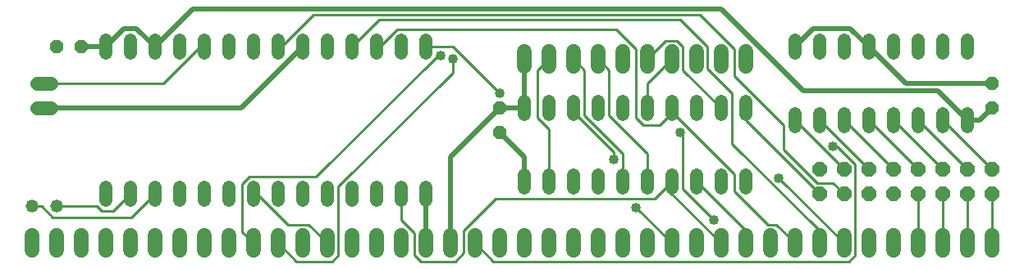
<source format=gtl>
G75*
%MOIN*%
%OFA0B0*%
%FSLAX24Y24*%
%IPPOS*%
%LPD*%
%AMOC8*
5,1,8,0,0,1.08239X$1,22.5*
%
%ADD10C,0.0520*%
%ADD11C,0.0520*%
%ADD12OC8,0.0600*%
%ADD13C,0.0600*%
%ADD14C,0.0560*%
%ADD15OC8,0.0520*%
%ADD16C,0.0200*%
%ADD17C,0.0100*%
%ADD18C,0.0400*%
D10*
X003805Y002920D02*
X003805Y003440D01*
X004805Y003440D02*
X004805Y002920D01*
X005805Y002920D02*
X005805Y003440D01*
X006805Y003440D02*
X006805Y002920D01*
X007805Y002920D02*
X007805Y003440D01*
X008805Y003440D02*
X008805Y002920D01*
X009805Y002920D02*
X009805Y003440D01*
X010805Y003440D02*
X010805Y002920D01*
X011805Y002920D02*
X011805Y003440D01*
X012805Y003440D02*
X012805Y002920D01*
X013805Y002920D02*
X013805Y003440D01*
X014805Y003440D02*
X014805Y002920D01*
X015805Y002920D02*
X015805Y003440D01*
X016805Y003440D02*
X016805Y002920D01*
X020805Y003420D02*
X020805Y003940D01*
X021805Y003940D02*
X021805Y003420D01*
X022805Y003420D02*
X022805Y003940D01*
X023805Y003940D02*
X023805Y003420D01*
X024805Y003420D02*
X024805Y003940D01*
X025805Y003940D02*
X025805Y003420D01*
X026805Y003420D02*
X026805Y003940D01*
X027805Y003940D02*
X027805Y003420D01*
X028805Y003420D02*
X028805Y003940D01*
X029805Y003940D02*
X029805Y003420D01*
X031805Y005920D02*
X031805Y006440D01*
X032805Y006440D02*
X032805Y005920D01*
X033805Y005920D02*
X033805Y006440D01*
X034805Y006440D02*
X034805Y005920D01*
X035805Y005920D02*
X035805Y006440D01*
X036805Y006440D02*
X036805Y005920D01*
X037805Y005920D02*
X037805Y006440D01*
X038805Y006440D02*
X038805Y005920D01*
X029805Y006420D02*
X029805Y006940D01*
X028805Y006940D02*
X028805Y006420D01*
X027805Y006420D02*
X027805Y006940D01*
X026805Y006940D02*
X026805Y006420D01*
X025805Y006420D02*
X025805Y006940D01*
X024805Y006940D02*
X024805Y006420D01*
X023805Y006420D02*
X023805Y006940D01*
X022805Y006940D02*
X022805Y006420D01*
X021805Y006420D02*
X021805Y006940D01*
X020805Y006940D02*
X020805Y006420D01*
X016805Y008920D02*
X016805Y009440D01*
X015805Y009440D02*
X015805Y008920D01*
X014805Y008920D02*
X014805Y009440D01*
X013805Y009440D02*
X013805Y008920D01*
X012805Y008920D02*
X012805Y009440D01*
X011805Y009440D02*
X011805Y008920D01*
X010805Y008920D02*
X010805Y009440D01*
X009805Y009440D02*
X009805Y008920D01*
X008805Y008920D02*
X008805Y009440D01*
X007805Y009440D02*
X007805Y008920D01*
X006805Y008920D02*
X006805Y009440D01*
X005805Y009440D02*
X005805Y008920D01*
X004805Y008920D02*
X004805Y009440D01*
X003805Y009440D02*
X003805Y008920D01*
X031805Y008920D02*
X031805Y009440D01*
X032805Y009440D02*
X032805Y008920D01*
X033805Y008920D02*
X033805Y009440D01*
X034805Y009440D02*
X034805Y008920D01*
X035805Y008920D02*
X035805Y009440D01*
X036805Y009440D02*
X036805Y008920D01*
X037805Y008920D02*
X037805Y009440D01*
X038805Y009440D02*
X038805Y008920D01*
D11*
X001805Y002680D03*
X000805Y002680D03*
D12*
X032805Y003180D03*
X033805Y003180D03*
X034805Y003180D03*
X035805Y003180D03*
X036805Y003180D03*
X037805Y003180D03*
X038805Y003180D03*
X039805Y003180D03*
X039805Y004180D03*
X038805Y004180D03*
X037805Y004180D03*
X036805Y004180D03*
X035805Y004180D03*
X034805Y004180D03*
X033805Y004180D03*
X032805Y004180D03*
D13*
X000805Y001480D02*
X000805Y000880D01*
X001805Y000880D02*
X001805Y001480D01*
X002805Y001480D02*
X002805Y000880D01*
X003805Y000880D02*
X003805Y001480D01*
X004805Y001480D02*
X004805Y000880D01*
X005805Y000880D02*
X005805Y001480D01*
X006805Y001480D02*
X006805Y000880D01*
X007805Y000880D02*
X007805Y001480D01*
X008805Y001480D02*
X008805Y000880D01*
X009805Y000880D02*
X009805Y001480D01*
X010805Y001480D02*
X010805Y000880D01*
X011805Y000880D02*
X011805Y001480D01*
X012805Y001480D02*
X012805Y000880D01*
X013805Y000880D02*
X013805Y001480D01*
X014805Y001480D02*
X014805Y000880D01*
X015805Y000880D02*
X015805Y001480D01*
X016805Y001480D02*
X016805Y000880D01*
X017805Y000880D02*
X017805Y001480D01*
X018805Y001480D02*
X018805Y000880D01*
X019805Y000880D02*
X019805Y001480D01*
X020805Y001480D02*
X020805Y000880D01*
X021805Y000880D02*
X021805Y001480D01*
X022805Y001480D02*
X022805Y000880D01*
X023805Y000880D02*
X023805Y001480D01*
X024805Y001480D02*
X024805Y000880D01*
X025805Y000880D02*
X025805Y001480D01*
X026805Y001480D02*
X026805Y000880D01*
X027805Y000880D02*
X027805Y001480D01*
X028805Y001480D02*
X028805Y000880D01*
X029805Y000880D02*
X029805Y001480D01*
X030805Y001480D02*
X030805Y000880D01*
X031805Y000880D02*
X031805Y001480D01*
X032805Y001480D02*
X032805Y000880D01*
X033805Y000880D02*
X033805Y001480D01*
X034805Y001480D02*
X034805Y000880D01*
X035805Y000880D02*
X035805Y001480D01*
X036805Y001480D02*
X036805Y000880D01*
X037805Y000880D02*
X037805Y001480D01*
X038805Y001480D02*
X038805Y000880D01*
X039805Y000880D02*
X039805Y001480D01*
X029805Y008380D02*
X029805Y008980D01*
X028805Y008980D02*
X028805Y008380D01*
X027805Y008380D02*
X027805Y008980D01*
X026805Y008980D02*
X026805Y008380D01*
X025805Y008380D02*
X025805Y008980D01*
X024805Y008980D02*
X024805Y008380D01*
X023805Y008380D02*
X023805Y008980D01*
X022805Y008980D02*
X022805Y008380D01*
X021805Y008380D02*
X021805Y008980D01*
X020805Y008980D02*
X020805Y008380D01*
D14*
X001585Y007680D02*
X001025Y007680D01*
X001025Y006680D02*
X001585Y006680D01*
D15*
X001805Y009180D03*
X002805Y009180D03*
X019805Y006680D03*
X019805Y005680D03*
X039805Y006680D03*
X039805Y007680D03*
D16*
X036305Y007680D01*
X034805Y009180D01*
X034055Y009930D01*
X032555Y009930D01*
X031805Y009180D01*
X032155Y007380D02*
X028805Y010730D01*
X007355Y010730D01*
X005805Y009180D01*
X005055Y009930D01*
X004555Y009930D01*
X003805Y009180D01*
X002805Y009180D01*
X001305Y006680D02*
X009305Y006680D01*
X011805Y009180D01*
X017805Y004680D02*
X019805Y006680D01*
X020805Y006680D01*
X020805Y008680D01*
X019805Y005680D02*
X020805Y004680D01*
X020805Y003680D01*
X017805Y004680D02*
X017805Y001180D01*
X016805Y001180D02*
X016805Y003180D01*
X032155Y007380D02*
X037605Y007380D01*
X038805Y006180D01*
X039305Y006180D01*
X039805Y006680D01*
D17*
X037805Y006180D02*
X039805Y004180D01*
X038805Y004180D02*
X036805Y006180D01*
X035805Y006180D02*
X037805Y004180D01*
X036805Y004180D02*
X034805Y006180D01*
X033805Y006180D02*
X035805Y004180D01*
X034805Y004180D02*
X032805Y006180D01*
X031805Y006180D02*
X033805Y004180D01*
X034255Y004380D02*
X034255Y000680D01*
X034005Y000430D01*
X019555Y000430D01*
X018805Y001180D01*
X018355Y000780D02*
X018355Y001680D01*
X019655Y002980D01*
X026105Y002980D01*
X026555Y003430D01*
X026805Y003680D01*
X026555Y003430D02*
X028805Y001180D01*
X029805Y001180D02*
X029805Y001680D01*
X027805Y003680D01*
X027255Y003380D02*
X027255Y005580D01*
X027155Y005680D01*
X026805Y006480D02*
X026305Y005980D01*
X025655Y005980D01*
X025355Y006280D01*
X025355Y009080D01*
X024555Y009880D01*
X015655Y009880D01*
X014955Y009180D01*
X014805Y009180D01*
X013805Y009180D02*
X014905Y010280D01*
X027155Y010280D01*
X028255Y009180D01*
X028255Y008280D01*
X029255Y007280D01*
X029255Y005230D01*
X032805Y001680D01*
X032805Y001180D01*
X033805Y001180D02*
X031155Y003830D01*
X031355Y004980D02*
X032705Y003630D01*
X033355Y003630D01*
X033805Y003180D01*
X032805Y003180D02*
X029805Y006180D01*
X029805Y006680D01*
X028805Y006680D02*
X027255Y008230D01*
X027255Y009180D01*
X027005Y009430D01*
X026555Y009430D01*
X025805Y008680D01*
X026805Y008680D02*
X025805Y007680D01*
X025805Y006680D01*
X026805Y006680D02*
X026805Y006480D01*
X026805Y006530D02*
X029355Y003980D01*
X029355Y003280D01*
X030705Y001930D01*
X031055Y001930D01*
X031805Y001180D01*
X028505Y002130D02*
X027255Y003380D01*
X025805Y003680D02*
X025805Y004830D01*
X024255Y006380D01*
X024255Y008230D01*
X023805Y008680D01*
X023255Y008230D02*
X022805Y008680D01*
X021805Y008680D02*
X021355Y008230D01*
X021355Y006280D01*
X021805Y005830D01*
X021805Y003680D01*
X024805Y003680D02*
X024805Y004830D01*
X023255Y006380D01*
X023255Y008230D01*
X019805Y007280D02*
X017905Y009180D01*
X016805Y009180D01*
X017305Y008830D02*
X012355Y003880D01*
X009655Y003880D01*
X009355Y003580D01*
X009355Y001630D01*
X009805Y001180D01*
X010805Y001180D02*
X011555Y000430D01*
X013005Y000430D01*
X013255Y000680D01*
X013255Y003480D01*
X017905Y008130D01*
X017905Y008680D01*
X017405Y008830D02*
X017305Y008830D01*
X012255Y010480D02*
X027955Y010480D01*
X029355Y009080D01*
X029355Y007980D01*
X031355Y005980D01*
X031355Y004980D01*
X033355Y005130D02*
X033505Y005130D01*
X034255Y004380D01*
X036805Y003180D02*
X036805Y001180D01*
X037805Y001180D02*
X037805Y003180D01*
X038805Y003180D02*
X038805Y001180D01*
X039805Y001180D02*
X039805Y003180D01*
X026805Y001180D02*
X025355Y002630D01*
X024455Y004580D02*
X024455Y004880D01*
X022805Y006530D01*
X022805Y006680D01*
X026805Y006680D02*
X026805Y006530D01*
X015805Y003180D02*
X015805Y002130D01*
X016355Y001580D01*
X016355Y000680D01*
X016605Y000430D01*
X018005Y000430D01*
X018355Y000780D01*
X012805Y001180D02*
X012055Y001930D01*
X011205Y001930D01*
X009955Y003180D01*
X009805Y003180D01*
X005805Y003180D02*
X004855Y002230D01*
X001655Y002230D01*
X001205Y002680D01*
X000805Y002680D01*
X001805Y002680D02*
X003455Y002680D01*
X003655Y002480D01*
X004105Y002480D01*
X004805Y003180D01*
X006155Y007680D02*
X001305Y007680D01*
X006155Y007680D02*
X007655Y009180D01*
X007805Y009180D01*
X010805Y009180D02*
X010955Y009180D01*
X012255Y010480D01*
D18*
X017405Y008830D03*
X017905Y008680D03*
X019805Y007280D03*
X027155Y005680D03*
X024455Y004580D03*
X025355Y002630D03*
X028505Y002130D03*
X031155Y003830D03*
X033355Y005130D03*
M02*

</source>
